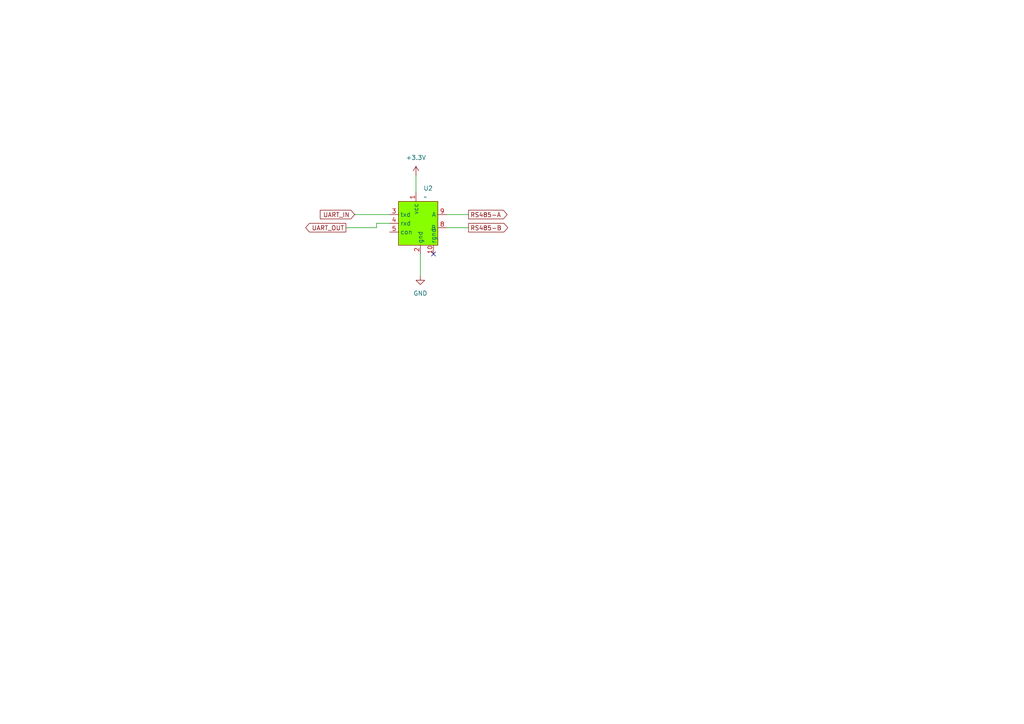
<source format=kicad_sch>
(kicad_sch
	(version 20250114)
	(generator "eeschema")
	(generator_version "9.0")
	(uuid "7355f554-e3d9-4474-9731-4b7736d70af0")
	(paper "A4")
	(lib_symbols
		(symbol "flautolibrery:RSM3485ECHT"
			(exclude_from_sim no)
			(in_bom yes)
			(on_board yes)
			(property "Reference" "U"
				(at 0 0 0)
				(effects
					(font
						(size 1.27 1.27)
					)
				)
			)
			(property "Value" ""
				(at 0 0 0)
				(effects
					(font
						(size 1.27 1.27)
					)
				)
			)
			(property "Footprint" ""
				(at 0 0 0)
				(effects
					(font
						(size 1.27 1.27)
					)
					(hide yes)
				)
			)
			(property "Datasheet" ""
				(at 0 0 0)
				(effects
					(font
						(size 1.27 1.27)
					)
					(hide yes)
				)
			)
			(property "Description" ""
				(at 0 0 0)
				(effects
					(font
						(size 1.27 1.27)
					)
					(hide yes)
				)
			)
			(symbol "RSM3485ECHT_1_1"
				(rectangle
					(start 2.54 -1.27)
					(end 13.97 -13.97)
					(stroke
						(width 0)
						(type solid)
					)
					(fill
						(type color)
						(color 136 255 0 1)
					)
				)
				(pin input line
					(at 0 -5.08 0)
					(length 2.54)
					(name "txd"
						(effects
							(font
								(size 1.27 1.27)
							)
						)
					)
					(number "3"
						(effects
							(font
								(size 1.27 1.27)
							)
						)
					)
				)
				(pin input line
					(at 0 -7.62 0)
					(length 2.54)
					(name "rxd"
						(effects
							(font
								(size 1.27 1.27)
							)
						)
					)
					(number "4"
						(effects
							(font
								(size 1.27 1.27)
							)
						)
					)
				)
				(pin input line
					(at 0 -10.16 0)
					(length 2.54)
					(name "con"
						(effects
							(font
								(size 1.27 1.27)
							)
						)
					)
					(number "5"
						(effects
							(font
								(size 1.27 1.27)
							)
						)
					)
				)
				(pin input line
					(at 7.62 1.27 270)
					(length 2.54)
					(name "vcc"
						(effects
							(font
								(size 1.27 1.27)
							)
						)
					)
					(number "1"
						(effects
							(font
								(size 1.27 1.27)
							)
						)
					)
				)
				(pin input line
					(at 8.89 -16.51 90)
					(length 2.54)
					(name "gnd"
						(effects
							(font
								(size 1.27 1.27)
							)
						)
					)
					(number "2"
						(effects
							(font
								(size 1.27 1.27)
							)
						)
					)
				)
				(pin input line
					(at 12.7 -16.51 90)
					(length 2.54)
					(name "rgnd"
						(effects
							(font
								(size 1.27 1.27)
							)
						)
					)
					(number "10"
						(effects
							(font
								(size 1.27 1.27)
							)
						)
					)
				)
				(pin input line
					(at 16.51 -5.08 180)
					(length 2.54)
					(name "A"
						(effects
							(font
								(size 1.27 1.27)
							)
						)
					)
					(number "9"
						(effects
							(font
								(size 1.27 1.27)
							)
						)
					)
				)
				(pin input line
					(at 16.51 -8.89 180)
					(length 2.54)
					(name "B"
						(effects
							(font
								(size 1.27 1.27)
							)
						)
					)
					(number "8"
						(effects
							(font
								(size 1.27 1.27)
							)
						)
					)
				)
			)
			(embedded_fonts no)
		)
		(symbol "power:+3.3V"
			(power)
			(pin_numbers
				(hide yes)
			)
			(pin_names
				(offset 0)
				(hide yes)
			)
			(exclude_from_sim no)
			(in_bom yes)
			(on_board yes)
			(property "Reference" "#PWR"
				(at 0 -3.81 0)
				(effects
					(font
						(size 1.27 1.27)
					)
					(hide yes)
				)
			)
			(property "Value" "+3.3V"
				(at 0 3.556 0)
				(effects
					(font
						(size 1.27 1.27)
					)
				)
			)
			(property "Footprint" ""
				(at 0 0 0)
				(effects
					(font
						(size 1.27 1.27)
					)
					(hide yes)
				)
			)
			(property "Datasheet" ""
				(at 0 0 0)
				(effects
					(font
						(size 1.27 1.27)
					)
					(hide yes)
				)
			)
			(property "Description" "Power symbol creates a global label with name \"+3.3V\""
				(at 0 0 0)
				(effects
					(font
						(size 1.27 1.27)
					)
					(hide yes)
				)
			)
			(property "ki_keywords" "global power"
				(at 0 0 0)
				(effects
					(font
						(size 1.27 1.27)
					)
					(hide yes)
				)
			)
			(symbol "+3.3V_0_1"
				(polyline
					(pts
						(xy -0.762 1.27) (xy 0 2.54)
					)
					(stroke
						(width 0)
						(type default)
					)
					(fill
						(type none)
					)
				)
				(polyline
					(pts
						(xy 0 2.54) (xy 0.762 1.27)
					)
					(stroke
						(width 0)
						(type default)
					)
					(fill
						(type none)
					)
				)
				(polyline
					(pts
						(xy 0 0) (xy 0 2.54)
					)
					(stroke
						(width 0)
						(type default)
					)
					(fill
						(type none)
					)
				)
			)
			(symbol "+3.3V_1_1"
				(pin power_in line
					(at 0 0 90)
					(length 0)
					(name "~"
						(effects
							(font
								(size 1.27 1.27)
							)
						)
					)
					(number "1"
						(effects
							(font
								(size 1.27 1.27)
							)
						)
					)
				)
			)
			(embedded_fonts no)
		)
		(symbol "power:GND"
			(power)
			(pin_numbers
				(hide yes)
			)
			(pin_names
				(offset 0)
				(hide yes)
			)
			(exclude_from_sim no)
			(in_bom yes)
			(on_board yes)
			(property "Reference" "#PWR"
				(at 0 -6.35 0)
				(effects
					(font
						(size 1.27 1.27)
					)
					(hide yes)
				)
			)
			(property "Value" "GND"
				(at 0 -3.81 0)
				(effects
					(font
						(size 1.27 1.27)
					)
				)
			)
			(property "Footprint" ""
				(at 0 0 0)
				(effects
					(font
						(size 1.27 1.27)
					)
					(hide yes)
				)
			)
			(property "Datasheet" ""
				(at 0 0 0)
				(effects
					(font
						(size 1.27 1.27)
					)
					(hide yes)
				)
			)
			(property "Description" "Power symbol creates a global label with name \"GND\" , ground"
				(at 0 0 0)
				(effects
					(font
						(size 1.27 1.27)
					)
					(hide yes)
				)
			)
			(property "ki_keywords" "global power"
				(at 0 0 0)
				(effects
					(font
						(size 1.27 1.27)
					)
					(hide yes)
				)
			)
			(symbol "GND_0_1"
				(polyline
					(pts
						(xy 0 0) (xy 0 -1.27) (xy 1.27 -1.27) (xy 0 -2.54) (xy -1.27 -1.27) (xy 0 -1.27)
					)
					(stroke
						(width 0)
						(type default)
					)
					(fill
						(type none)
					)
				)
			)
			(symbol "GND_1_1"
				(pin power_in line
					(at 0 0 270)
					(length 0)
					(name "~"
						(effects
							(font
								(size 1.27 1.27)
							)
						)
					)
					(number "1"
						(effects
							(font
								(size 1.27 1.27)
							)
						)
					)
				)
			)
			(embedded_fonts no)
		)
	)
	(no_connect
		(at 125.73 73.66)
		(uuid "0e27ce8b-f048-4704-a799-07af2c6c4578")
	)
	(wire
		(pts
			(xy 129.54 66.04) (xy 135.89 66.04)
		)
		(stroke
			(width 0)
			(type default)
		)
		(uuid "0b017111-e570-4769-a45d-b4e25dd4e9d6")
	)
	(wire
		(pts
			(xy 129.54 62.23) (xy 135.89 62.23)
		)
		(stroke
			(width 0)
			(type default)
		)
		(uuid "8d1821f1-9584-4484-a9f0-0da5ae3f7737")
	)
	(wire
		(pts
			(xy 121.92 73.66) (xy 121.92 80.01)
		)
		(stroke
			(width 0)
			(type default)
		)
		(uuid "ae2c50d8-1a22-4b90-a17b-800721ae27ae")
	)
	(wire
		(pts
			(xy 102.87 62.23) (xy 113.03 62.23)
		)
		(stroke
			(width 0)
			(type default)
		)
		(uuid "c8402811-0bba-40c8-a15e-529972b85d63")
	)
	(wire
		(pts
			(xy 120.65 50.8) (xy 120.65 55.88)
		)
		(stroke
			(width 0)
			(type default)
		)
		(uuid "ce4d9140-5a31-47de-a80d-98d157695a85")
	)
	(wire
		(pts
			(xy 109.22 64.77) (xy 113.03 64.77)
		)
		(stroke
			(width 0)
			(type default)
		)
		(uuid "d3128999-eef9-4cdd-b434-9834dac93370")
	)
	(wire
		(pts
			(xy 100.33 66.04) (xy 109.22 66.04)
		)
		(stroke
			(width 0)
			(type default)
		)
		(uuid "d3c30a5b-600f-4f22-851e-a39dee6f7855")
	)
	(wire
		(pts
			(xy 109.22 66.04) (xy 109.22 64.77)
		)
		(stroke
			(width 0)
			(type default)
		)
		(uuid "e2ebfc49-eaa7-45d1-bacc-4f34957871ba")
	)
	(global_label "UART_OUT"
		(shape output)
		(at 100.33 66.04 180)
		(fields_autoplaced yes)
		(effects
			(font
				(size 1.27 1.27)
			)
			(justify right)
		)
		(uuid "15935b60-a1bf-41df-8c0a-3239043a5f9d")
		(property "Intersheetrefs" "${INTERSHEET_REFS}"
			(at 88.0919 66.04 0)
			(effects
				(font
					(size 1.27 1.27)
				)
				(justify right)
				(hide yes)
			)
		)
	)
	(global_label "UART_IN"
		(shape input)
		(at 102.87 62.23 180)
		(fields_autoplaced yes)
		(effects
			(font
				(size 1.27 1.27)
			)
			(justify right)
		)
		(uuid "3c4ad9ea-bf69-4a2c-b56a-5c2397401b02")
		(property "Intersheetrefs" "${INTERSHEET_REFS}"
			(at 92.3252 62.23 0)
			(effects
				(font
					(size 1.27 1.27)
				)
				(justify right)
				(hide yes)
			)
		)
	)
	(global_label "RS485-A"
		(shape output)
		(at 135.89 62.23 0)
		(fields_autoplaced yes)
		(effects
			(font
				(size 1.27 1.27)
			)
			(justify left)
		)
		(uuid "408f8334-fc11-4284-a544-cab3361921c4")
		(property "Intersheetrefs" "${INTERSHEET_REFS}"
			(at 147.6442 62.23 0)
			(effects
				(font
					(size 1.27 1.27)
				)
				(justify left)
				(hide yes)
			)
		)
	)
	(global_label "RS485-B"
		(shape output)
		(at 135.89 66.04 0)
		(fields_autoplaced yes)
		(effects
			(font
				(size 1.27 1.27)
			)
			(justify left)
		)
		(uuid "8255c4eb-a656-4c42-b853-19b4a04c718a")
		(property "Intersheetrefs" "${INTERSHEET_REFS}"
			(at 147.8256 66.04 0)
			(effects
				(font
					(size 1.27 1.27)
				)
				(justify left)
				(hide yes)
			)
		)
	)
	(symbol
		(lib_id "flautolibrery:RSM3485ECHT")
		(at 113.03 57.15 0)
		(unit 1)
		(exclude_from_sim no)
		(in_bom yes)
		(on_board yes)
		(dnp no)
		(fields_autoplaced yes)
		(uuid "55b5bb33-c301-430f-a265-bb709f592a34")
		(property "Reference" "U2"
			(at 122.7933 54.61 0)
			(effects
				(font
					(size 1.27 1.27)
				)
				(justify left)
			)
		)
		(property "Value" "~"
			(at 122.7933 57.15 0)
			(effects
				(font
					(size 1.27 1.27)
				)
				(justify left)
			)
		)
		(property "Footprint" ""
			(at 113.03 57.15 0)
			(effects
				(font
					(size 1.27 1.27)
				)
				(hide yes)
			)
		)
		(property "Datasheet" ""
			(at 113.03 57.15 0)
			(effects
				(font
					(size 1.27 1.27)
				)
				(hide yes)
			)
		)
		(property "Description" ""
			(at 113.03 57.15 0)
			(effects
				(font
					(size 1.27 1.27)
				)
				(hide yes)
			)
		)
		(pin "3"
			(uuid "a0ddae6d-3b40-409f-bf9f-dcff523c63b7")
		)
		(pin "9"
			(uuid "799a5efa-1cfb-488b-b136-436c54fd82d5")
		)
		(pin "8"
			(uuid "8ce74170-f31e-4e16-9e79-24b11ba4f213")
		)
		(pin "4"
			(uuid "84da31e8-6352-436a-a713-6bff730fc503")
		)
		(pin "5"
			(uuid "42890cef-9828-41e7-8d92-2a1afcb3a51f")
		)
		(pin "1"
			(uuid "e05067a0-31b5-466d-b995-df3605b0bfdb")
		)
		(pin "2"
			(uuid "4bb477a0-2ad4-4f6b-af34-b1781555dc96")
		)
		(pin "10"
			(uuid "a123654d-026b-49ee-91a4-7c8d83c5f398")
		)
		(instances
			(project ""
				(path "/dc6fb271-dfd0-4448-98f1-862b1cc93a80/2ca62569-d560-4cca-9470-52fd378086ae/ce707804-ba57-4306-981f-c51fb195c146"
					(reference "U2")
					(unit 1)
				)
			)
		)
	)
	(symbol
		(lib_id "power:GND")
		(at 121.92 80.01 0)
		(unit 1)
		(exclude_from_sim no)
		(in_bom yes)
		(on_board yes)
		(dnp no)
		(fields_autoplaced yes)
		(uuid "b1d16a6e-355b-4dcd-ada1-a7a729a90691")
		(property "Reference" "#PWR010"
			(at 121.92 86.36 0)
			(effects
				(font
					(size 1.27 1.27)
				)
				(hide yes)
			)
		)
		(property "Value" "GND"
			(at 121.92 85.09 0)
			(effects
				(font
					(size 1.27 1.27)
				)
			)
		)
		(property "Footprint" ""
			(at 121.92 80.01 0)
			(effects
				(font
					(size 1.27 1.27)
				)
				(hide yes)
			)
		)
		(property "Datasheet" ""
			(at 121.92 80.01 0)
			(effects
				(font
					(size 1.27 1.27)
				)
				(hide yes)
			)
		)
		(property "Description" "Power symbol creates a global label with name \"GND\" , ground"
			(at 121.92 80.01 0)
			(effects
				(font
					(size 1.27 1.27)
				)
				(hide yes)
			)
		)
		(pin "1"
			(uuid "2b518484-5c4c-46df-9d45-8a58311b6718")
		)
		(instances
			(project ""
				(path "/dc6fb271-dfd0-4448-98f1-862b1cc93a80/2ca62569-d560-4cca-9470-52fd378086ae/ce707804-ba57-4306-981f-c51fb195c146"
					(reference "#PWR010")
					(unit 1)
				)
			)
		)
	)
	(symbol
		(lib_id "power:+3.3V")
		(at 120.65 50.8 0)
		(unit 1)
		(exclude_from_sim no)
		(in_bom yes)
		(on_board yes)
		(dnp no)
		(fields_autoplaced yes)
		(uuid "e8ee5a74-3ce5-4bc7-b09b-99c4a8fb1d35")
		(property "Reference" "#PWR09"
			(at 120.65 54.61 0)
			(effects
				(font
					(size 1.27 1.27)
				)
				(hide yes)
			)
		)
		(property "Value" "+3.3V"
			(at 120.65 45.72 0)
			(effects
				(font
					(size 1.27 1.27)
				)
			)
		)
		(property "Footprint" ""
			(at 120.65 50.8 0)
			(effects
				(font
					(size 1.27 1.27)
				)
				(hide yes)
			)
		)
		(property "Datasheet" ""
			(at 120.65 50.8 0)
			(effects
				(font
					(size 1.27 1.27)
				)
				(hide yes)
			)
		)
		(property "Description" "Power symbol creates a global label with name \"+3.3V\""
			(at 120.65 50.8 0)
			(effects
				(font
					(size 1.27 1.27)
				)
				(hide yes)
			)
		)
		(pin "1"
			(uuid "9b744767-70ec-41de-8ce5-8f41aaf09d3e")
		)
		(instances
			(project ""
				(path "/dc6fb271-dfd0-4448-98f1-862b1cc93a80/2ca62569-d560-4cca-9470-52fd378086ae/ce707804-ba57-4306-981f-c51fb195c146"
					(reference "#PWR09")
					(unit 1)
				)
			)
		)
	)
)

</source>
